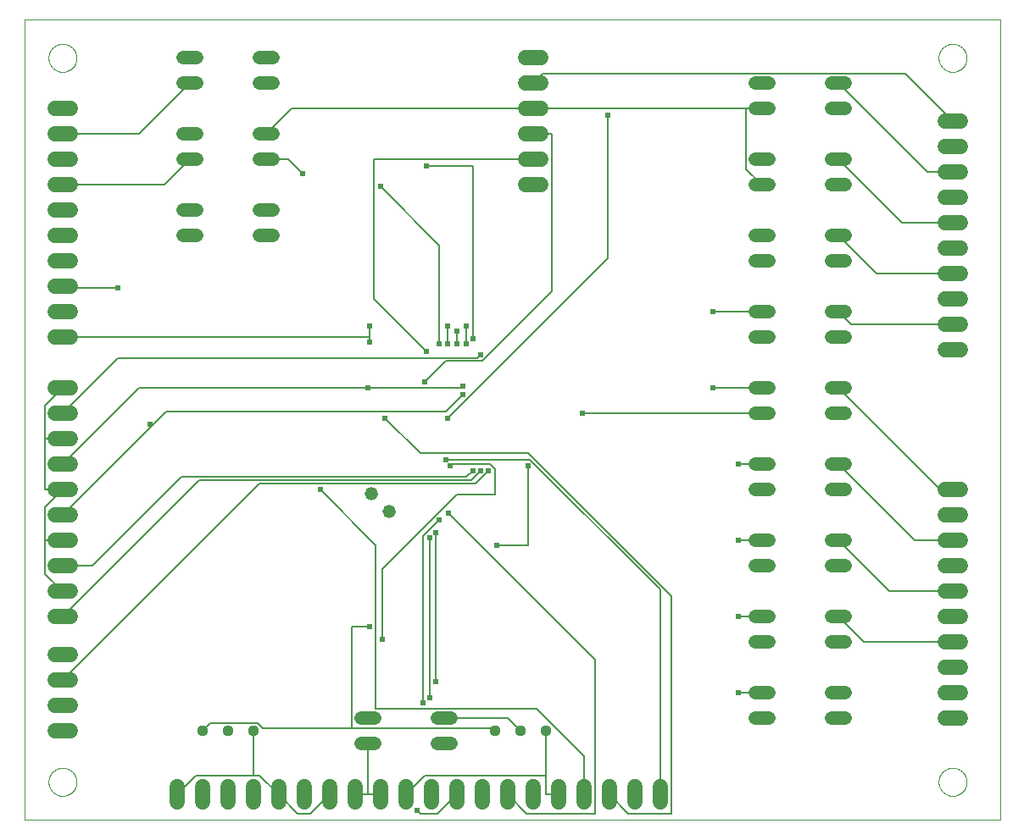
<source format=gbl>
G75*
%MOIN*%
%OFA0B0*%
%FSLAX25Y25*%
%IPPOS*%
%LPD*%
%AMOC8*
5,1,8,0,0,1.08239X$1,22.5*
%
%ADD10C,0.00000*%
%ADD11C,0.05200*%
%ADD12C,0.06000*%
%ADD13C,0.04400*%
%ADD14C,0.05200*%
%ADD15C,0.05937*%
%ADD16C,0.00600*%
%ADD17C,0.02400*%
D10*
X0008000Y0004500D02*
X0008000Y0319461D01*
X0391701Y0319461D01*
X0391701Y0004500D01*
X0008000Y0004500D01*
X0017488Y0019500D02*
X0017490Y0019648D01*
X0017496Y0019796D01*
X0017506Y0019944D01*
X0017520Y0020091D01*
X0017538Y0020238D01*
X0017559Y0020384D01*
X0017585Y0020530D01*
X0017615Y0020675D01*
X0017648Y0020819D01*
X0017686Y0020962D01*
X0017727Y0021104D01*
X0017772Y0021245D01*
X0017820Y0021385D01*
X0017873Y0021524D01*
X0017929Y0021661D01*
X0017989Y0021796D01*
X0018052Y0021930D01*
X0018119Y0022062D01*
X0018190Y0022192D01*
X0018264Y0022320D01*
X0018341Y0022446D01*
X0018422Y0022570D01*
X0018506Y0022692D01*
X0018593Y0022811D01*
X0018684Y0022928D01*
X0018778Y0023043D01*
X0018874Y0023155D01*
X0018974Y0023265D01*
X0019076Y0023371D01*
X0019182Y0023475D01*
X0019290Y0023576D01*
X0019401Y0023674D01*
X0019514Y0023770D01*
X0019630Y0023862D01*
X0019748Y0023951D01*
X0019869Y0024036D01*
X0019992Y0024119D01*
X0020117Y0024198D01*
X0020244Y0024274D01*
X0020373Y0024346D01*
X0020504Y0024415D01*
X0020637Y0024480D01*
X0020772Y0024541D01*
X0020908Y0024599D01*
X0021045Y0024654D01*
X0021184Y0024704D01*
X0021325Y0024751D01*
X0021466Y0024794D01*
X0021609Y0024834D01*
X0021753Y0024869D01*
X0021897Y0024901D01*
X0022043Y0024928D01*
X0022189Y0024952D01*
X0022336Y0024972D01*
X0022483Y0024988D01*
X0022630Y0025000D01*
X0022778Y0025008D01*
X0022926Y0025012D01*
X0023074Y0025012D01*
X0023222Y0025008D01*
X0023370Y0025000D01*
X0023517Y0024988D01*
X0023664Y0024972D01*
X0023811Y0024952D01*
X0023957Y0024928D01*
X0024103Y0024901D01*
X0024247Y0024869D01*
X0024391Y0024834D01*
X0024534Y0024794D01*
X0024675Y0024751D01*
X0024816Y0024704D01*
X0024955Y0024654D01*
X0025092Y0024599D01*
X0025228Y0024541D01*
X0025363Y0024480D01*
X0025496Y0024415D01*
X0025627Y0024346D01*
X0025756Y0024274D01*
X0025883Y0024198D01*
X0026008Y0024119D01*
X0026131Y0024036D01*
X0026252Y0023951D01*
X0026370Y0023862D01*
X0026486Y0023770D01*
X0026599Y0023674D01*
X0026710Y0023576D01*
X0026818Y0023475D01*
X0026924Y0023371D01*
X0027026Y0023265D01*
X0027126Y0023155D01*
X0027222Y0023043D01*
X0027316Y0022928D01*
X0027407Y0022811D01*
X0027494Y0022692D01*
X0027578Y0022570D01*
X0027659Y0022446D01*
X0027736Y0022320D01*
X0027810Y0022192D01*
X0027881Y0022062D01*
X0027948Y0021930D01*
X0028011Y0021796D01*
X0028071Y0021661D01*
X0028127Y0021524D01*
X0028180Y0021385D01*
X0028228Y0021245D01*
X0028273Y0021104D01*
X0028314Y0020962D01*
X0028352Y0020819D01*
X0028385Y0020675D01*
X0028415Y0020530D01*
X0028441Y0020384D01*
X0028462Y0020238D01*
X0028480Y0020091D01*
X0028494Y0019944D01*
X0028504Y0019796D01*
X0028510Y0019648D01*
X0028512Y0019500D01*
X0028510Y0019352D01*
X0028504Y0019204D01*
X0028494Y0019056D01*
X0028480Y0018909D01*
X0028462Y0018762D01*
X0028441Y0018616D01*
X0028415Y0018470D01*
X0028385Y0018325D01*
X0028352Y0018181D01*
X0028314Y0018038D01*
X0028273Y0017896D01*
X0028228Y0017755D01*
X0028180Y0017615D01*
X0028127Y0017476D01*
X0028071Y0017339D01*
X0028011Y0017204D01*
X0027948Y0017070D01*
X0027881Y0016938D01*
X0027810Y0016808D01*
X0027736Y0016680D01*
X0027659Y0016554D01*
X0027578Y0016430D01*
X0027494Y0016308D01*
X0027407Y0016189D01*
X0027316Y0016072D01*
X0027222Y0015957D01*
X0027126Y0015845D01*
X0027026Y0015735D01*
X0026924Y0015629D01*
X0026818Y0015525D01*
X0026710Y0015424D01*
X0026599Y0015326D01*
X0026486Y0015230D01*
X0026370Y0015138D01*
X0026252Y0015049D01*
X0026131Y0014964D01*
X0026008Y0014881D01*
X0025883Y0014802D01*
X0025756Y0014726D01*
X0025627Y0014654D01*
X0025496Y0014585D01*
X0025363Y0014520D01*
X0025228Y0014459D01*
X0025092Y0014401D01*
X0024955Y0014346D01*
X0024816Y0014296D01*
X0024675Y0014249D01*
X0024534Y0014206D01*
X0024391Y0014166D01*
X0024247Y0014131D01*
X0024103Y0014099D01*
X0023957Y0014072D01*
X0023811Y0014048D01*
X0023664Y0014028D01*
X0023517Y0014012D01*
X0023370Y0014000D01*
X0023222Y0013992D01*
X0023074Y0013988D01*
X0022926Y0013988D01*
X0022778Y0013992D01*
X0022630Y0014000D01*
X0022483Y0014012D01*
X0022336Y0014028D01*
X0022189Y0014048D01*
X0022043Y0014072D01*
X0021897Y0014099D01*
X0021753Y0014131D01*
X0021609Y0014166D01*
X0021466Y0014206D01*
X0021325Y0014249D01*
X0021184Y0014296D01*
X0021045Y0014346D01*
X0020908Y0014401D01*
X0020772Y0014459D01*
X0020637Y0014520D01*
X0020504Y0014585D01*
X0020373Y0014654D01*
X0020244Y0014726D01*
X0020117Y0014802D01*
X0019992Y0014881D01*
X0019869Y0014964D01*
X0019748Y0015049D01*
X0019630Y0015138D01*
X0019514Y0015230D01*
X0019401Y0015326D01*
X0019290Y0015424D01*
X0019182Y0015525D01*
X0019076Y0015629D01*
X0018974Y0015735D01*
X0018874Y0015845D01*
X0018778Y0015957D01*
X0018684Y0016072D01*
X0018593Y0016189D01*
X0018506Y0016308D01*
X0018422Y0016430D01*
X0018341Y0016554D01*
X0018264Y0016680D01*
X0018190Y0016808D01*
X0018119Y0016938D01*
X0018052Y0017070D01*
X0017989Y0017204D01*
X0017929Y0017339D01*
X0017873Y0017476D01*
X0017820Y0017615D01*
X0017772Y0017755D01*
X0017727Y0017896D01*
X0017686Y0018038D01*
X0017648Y0018181D01*
X0017615Y0018325D01*
X0017585Y0018470D01*
X0017559Y0018616D01*
X0017538Y0018762D01*
X0017520Y0018909D01*
X0017506Y0019056D01*
X0017496Y0019204D01*
X0017490Y0019352D01*
X0017488Y0019500D01*
X0017488Y0304500D02*
X0017490Y0304648D01*
X0017496Y0304796D01*
X0017506Y0304944D01*
X0017520Y0305091D01*
X0017538Y0305238D01*
X0017559Y0305384D01*
X0017585Y0305530D01*
X0017615Y0305675D01*
X0017648Y0305819D01*
X0017686Y0305962D01*
X0017727Y0306104D01*
X0017772Y0306245D01*
X0017820Y0306385D01*
X0017873Y0306524D01*
X0017929Y0306661D01*
X0017989Y0306796D01*
X0018052Y0306930D01*
X0018119Y0307062D01*
X0018190Y0307192D01*
X0018264Y0307320D01*
X0018341Y0307446D01*
X0018422Y0307570D01*
X0018506Y0307692D01*
X0018593Y0307811D01*
X0018684Y0307928D01*
X0018778Y0308043D01*
X0018874Y0308155D01*
X0018974Y0308265D01*
X0019076Y0308371D01*
X0019182Y0308475D01*
X0019290Y0308576D01*
X0019401Y0308674D01*
X0019514Y0308770D01*
X0019630Y0308862D01*
X0019748Y0308951D01*
X0019869Y0309036D01*
X0019992Y0309119D01*
X0020117Y0309198D01*
X0020244Y0309274D01*
X0020373Y0309346D01*
X0020504Y0309415D01*
X0020637Y0309480D01*
X0020772Y0309541D01*
X0020908Y0309599D01*
X0021045Y0309654D01*
X0021184Y0309704D01*
X0021325Y0309751D01*
X0021466Y0309794D01*
X0021609Y0309834D01*
X0021753Y0309869D01*
X0021897Y0309901D01*
X0022043Y0309928D01*
X0022189Y0309952D01*
X0022336Y0309972D01*
X0022483Y0309988D01*
X0022630Y0310000D01*
X0022778Y0310008D01*
X0022926Y0310012D01*
X0023074Y0310012D01*
X0023222Y0310008D01*
X0023370Y0310000D01*
X0023517Y0309988D01*
X0023664Y0309972D01*
X0023811Y0309952D01*
X0023957Y0309928D01*
X0024103Y0309901D01*
X0024247Y0309869D01*
X0024391Y0309834D01*
X0024534Y0309794D01*
X0024675Y0309751D01*
X0024816Y0309704D01*
X0024955Y0309654D01*
X0025092Y0309599D01*
X0025228Y0309541D01*
X0025363Y0309480D01*
X0025496Y0309415D01*
X0025627Y0309346D01*
X0025756Y0309274D01*
X0025883Y0309198D01*
X0026008Y0309119D01*
X0026131Y0309036D01*
X0026252Y0308951D01*
X0026370Y0308862D01*
X0026486Y0308770D01*
X0026599Y0308674D01*
X0026710Y0308576D01*
X0026818Y0308475D01*
X0026924Y0308371D01*
X0027026Y0308265D01*
X0027126Y0308155D01*
X0027222Y0308043D01*
X0027316Y0307928D01*
X0027407Y0307811D01*
X0027494Y0307692D01*
X0027578Y0307570D01*
X0027659Y0307446D01*
X0027736Y0307320D01*
X0027810Y0307192D01*
X0027881Y0307062D01*
X0027948Y0306930D01*
X0028011Y0306796D01*
X0028071Y0306661D01*
X0028127Y0306524D01*
X0028180Y0306385D01*
X0028228Y0306245D01*
X0028273Y0306104D01*
X0028314Y0305962D01*
X0028352Y0305819D01*
X0028385Y0305675D01*
X0028415Y0305530D01*
X0028441Y0305384D01*
X0028462Y0305238D01*
X0028480Y0305091D01*
X0028494Y0304944D01*
X0028504Y0304796D01*
X0028510Y0304648D01*
X0028512Y0304500D01*
X0028510Y0304352D01*
X0028504Y0304204D01*
X0028494Y0304056D01*
X0028480Y0303909D01*
X0028462Y0303762D01*
X0028441Y0303616D01*
X0028415Y0303470D01*
X0028385Y0303325D01*
X0028352Y0303181D01*
X0028314Y0303038D01*
X0028273Y0302896D01*
X0028228Y0302755D01*
X0028180Y0302615D01*
X0028127Y0302476D01*
X0028071Y0302339D01*
X0028011Y0302204D01*
X0027948Y0302070D01*
X0027881Y0301938D01*
X0027810Y0301808D01*
X0027736Y0301680D01*
X0027659Y0301554D01*
X0027578Y0301430D01*
X0027494Y0301308D01*
X0027407Y0301189D01*
X0027316Y0301072D01*
X0027222Y0300957D01*
X0027126Y0300845D01*
X0027026Y0300735D01*
X0026924Y0300629D01*
X0026818Y0300525D01*
X0026710Y0300424D01*
X0026599Y0300326D01*
X0026486Y0300230D01*
X0026370Y0300138D01*
X0026252Y0300049D01*
X0026131Y0299964D01*
X0026008Y0299881D01*
X0025883Y0299802D01*
X0025756Y0299726D01*
X0025627Y0299654D01*
X0025496Y0299585D01*
X0025363Y0299520D01*
X0025228Y0299459D01*
X0025092Y0299401D01*
X0024955Y0299346D01*
X0024816Y0299296D01*
X0024675Y0299249D01*
X0024534Y0299206D01*
X0024391Y0299166D01*
X0024247Y0299131D01*
X0024103Y0299099D01*
X0023957Y0299072D01*
X0023811Y0299048D01*
X0023664Y0299028D01*
X0023517Y0299012D01*
X0023370Y0299000D01*
X0023222Y0298992D01*
X0023074Y0298988D01*
X0022926Y0298988D01*
X0022778Y0298992D01*
X0022630Y0299000D01*
X0022483Y0299012D01*
X0022336Y0299028D01*
X0022189Y0299048D01*
X0022043Y0299072D01*
X0021897Y0299099D01*
X0021753Y0299131D01*
X0021609Y0299166D01*
X0021466Y0299206D01*
X0021325Y0299249D01*
X0021184Y0299296D01*
X0021045Y0299346D01*
X0020908Y0299401D01*
X0020772Y0299459D01*
X0020637Y0299520D01*
X0020504Y0299585D01*
X0020373Y0299654D01*
X0020244Y0299726D01*
X0020117Y0299802D01*
X0019992Y0299881D01*
X0019869Y0299964D01*
X0019748Y0300049D01*
X0019630Y0300138D01*
X0019514Y0300230D01*
X0019401Y0300326D01*
X0019290Y0300424D01*
X0019182Y0300525D01*
X0019076Y0300629D01*
X0018974Y0300735D01*
X0018874Y0300845D01*
X0018778Y0300957D01*
X0018684Y0301072D01*
X0018593Y0301189D01*
X0018506Y0301308D01*
X0018422Y0301430D01*
X0018341Y0301554D01*
X0018264Y0301680D01*
X0018190Y0301808D01*
X0018119Y0301938D01*
X0018052Y0302070D01*
X0017989Y0302204D01*
X0017929Y0302339D01*
X0017873Y0302476D01*
X0017820Y0302615D01*
X0017772Y0302755D01*
X0017727Y0302896D01*
X0017686Y0303038D01*
X0017648Y0303181D01*
X0017615Y0303325D01*
X0017585Y0303470D01*
X0017559Y0303616D01*
X0017538Y0303762D01*
X0017520Y0303909D01*
X0017506Y0304056D01*
X0017496Y0304204D01*
X0017490Y0304352D01*
X0017488Y0304500D01*
X0367488Y0304500D02*
X0367490Y0304648D01*
X0367496Y0304796D01*
X0367506Y0304944D01*
X0367520Y0305091D01*
X0367538Y0305238D01*
X0367559Y0305384D01*
X0367585Y0305530D01*
X0367615Y0305675D01*
X0367648Y0305819D01*
X0367686Y0305962D01*
X0367727Y0306104D01*
X0367772Y0306245D01*
X0367820Y0306385D01*
X0367873Y0306524D01*
X0367929Y0306661D01*
X0367989Y0306796D01*
X0368052Y0306930D01*
X0368119Y0307062D01*
X0368190Y0307192D01*
X0368264Y0307320D01*
X0368341Y0307446D01*
X0368422Y0307570D01*
X0368506Y0307692D01*
X0368593Y0307811D01*
X0368684Y0307928D01*
X0368778Y0308043D01*
X0368874Y0308155D01*
X0368974Y0308265D01*
X0369076Y0308371D01*
X0369182Y0308475D01*
X0369290Y0308576D01*
X0369401Y0308674D01*
X0369514Y0308770D01*
X0369630Y0308862D01*
X0369748Y0308951D01*
X0369869Y0309036D01*
X0369992Y0309119D01*
X0370117Y0309198D01*
X0370244Y0309274D01*
X0370373Y0309346D01*
X0370504Y0309415D01*
X0370637Y0309480D01*
X0370772Y0309541D01*
X0370908Y0309599D01*
X0371045Y0309654D01*
X0371184Y0309704D01*
X0371325Y0309751D01*
X0371466Y0309794D01*
X0371609Y0309834D01*
X0371753Y0309869D01*
X0371897Y0309901D01*
X0372043Y0309928D01*
X0372189Y0309952D01*
X0372336Y0309972D01*
X0372483Y0309988D01*
X0372630Y0310000D01*
X0372778Y0310008D01*
X0372926Y0310012D01*
X0373074Y0310012D01*
X0373222Y0310008D01*
X0373370Y0310000D01*
X0373517Y0309988D01*
X0373664Y0309972D01*
X0373811Y0309952D01*
X0373957Y0309928D01*
X0374103Y0309901D01*
X0374247Y0309869D01*
X0374391Y0309834D01*
X0374534Y0309794D01*
X0374675Y0309751D01*
X0374816Y0309704D01*
X0374955Y0309654D01*
X0375092Y0309599D01*
X0375228Y0309541D01*
X0375363Y0309480D01*
X0375496Y0309415D01*
X0375627Y0309346D01*
X0375756Y0309274D01*
X0375883Y0309198D01*
X0376008Y0309119D01*
X0376131Y0309036D01*
X0376252Y0308951D01*
X0376370Y0308862D01*
X0376486Y0308770D01*
X0376599Y0308674D01*
X0376710Y0308576D01*
X0376818Y0308475D01*
X0376924Y0308371D01*
X0377026Y0308265D01*
X0377126Y0308155D01*
X0377222Y0308043D01*
X0377316Y0307928D01*
X0377407Y0307811D01*
X0377494Y0307692D01*
X0377578Y0307570D01*
X0377659Y0307446D01*
X0377736Y0307320D01*
X0377810Y0307192D01*
X0377881Y0307062D01*
X0377948Y0306930D01*
X0378011Y0306796D01*
X0378071Y0306661D01*
X0378127Y0306524D01*
X0378180Y0306385D01*
X0378228Y0306245D01*
X0378273Y0306104D01*
X0378314Y0305962D01*
X0378352Y0305819D01*
X0378385Y0305675D01*
X0378415Y0305530D01*
X0378441Y0305384D01*
X0378462Y0305238D01*
X0378480Y0305091D01*
X0378494Y0304944D01*
X0378504Y0304796D01*
X0378510Y0304648D01*
X0378512Y0304500D01*
X0378510Y0304352D01*
X0378504Y0304204D01*
X0378494Y0304056D01*
X0378480Y0303909D01*
X0378462Y0303762D01*
X0378441Y0303616D01*
X0378415Y0303470D01*
X0378385Y0303325D01*
X0378352Y0303181D01*
X0378314Y0303038D01*
X0378273Y0302896D01*
X0378228Y0302755D01*
X0378180Y0302615D01*
X0378127Y0302476D01*
X0378071Y0302339D01*
X0378011Y0302204D01*
X0377948Y0302070D01*
X0377881Y0301938D01*
X0377810Y0301808D01*
X0377736Y0301680D01*
X0377659Y0301554D01*
X0377578Y0301430D01*
X0377494Y0301308D01*
X0377407Y0301189D01*
X0377316Y0301072D01*
X0377222Y0300957D01*
X0377126Y0300845D01*
X0377026Y0300735D01*
X0376924Y0300629D01*
X0376818Y0300525D01*
X0376710Y0300424D01*
X0376599Y0300326D01*
X0376486Y0300230D01*
X0376370Y0300138D01*
X0376252Y0300049D01*
X0376131Y0299964D01*
X0376008Y0299881D01*
X0375883Y0299802D01*
X0375756Y0299726D01*
X0375627Y0299654D01*
X0375496Y0299585D01*
X0375363Y0299520D01*
X0375228Y0299459D01*
X0375092Y0299401D01*
X0374955Y0299346D01*
X0374816Y0299296D01*
X0374675Y0299249D01*
X0374534Y0299206D01*
X0374391Y0299166D01*
X0374247Y0299131D01*
X0374103Y0299099D01*
X0373957Y0299072D01*
X0373811Y0299048D01*
X0373664Y0299028D01*
X0373517Y0299012D01*
X0373370Y0299000D01*
X0373222Y0298992D01*
X0373074Y0298988D01*
X0372926Y0298988D01*
X0372778Y0298992D01*
X0372630Y0299000D01*
X0372483Y0299012D01*
X0372336Y0299028D01*
X0372189Y0299048D01*
X0372043Y0299072D01*
X0371897Y0299099D01*
X0371753Y0299131D01*
X0371609Y0299166D01*
X0371466Y0299206D01*
X0371325Y0299249D01*
X0371184Y0299296D01*
X0371045Y0299346D01*
X0370908Y0299401D01*
X0370772Y0299459D01*
X0370637Y0299520D01*
X0370504Y0299585D01*
X0370373Y0299654D01*
X0370244Y0299726D01*
X0370117Y0299802D01*
X0369992Y0299881D01*
X0369869Y0299964D01*
X0369748Y0300049D01*
X0369630Y0300138D01*
X0369514Y0300230D01*
X0369401Y0300326D01*
X0369290Y0300424D01*
X0369182Y0300525D01*
X0369076Y0300629D01*
X0368974Y0300735D01*
X0368874Y0300845D01*
X0368778Y0300957D01*
X0368684Y0301072D01*
X0368593Y0301189D01*
X0368506Y0301308D01*
X0368422Y0301430D01*
X0368341Y0301554D01*
X0368264Y0301680D01*
X0368190Y0301808D01*
X0368119Y0301938D01*
X0368052Y0302070D01*
X0367989Y0302204D01*
X0367929Y0302339D01*
X0367873Y0302476D01*
X0367820Y0302615D01*
X0367772Y0302755D01*
X0367727Y0302896D01*
X0367686Y0303038D01*
X0367648Y0303181D01*
X0367615Y0303325D01*
X0367585Y0303470D01*
X0367559Y0303616D01*
X0367538Y0303762D01*
X0367520Y0303909D01*
X0367506Y0304056D01*
X0367496Y0304204D01*
X0367490Y0304352D01*
X0367488Y0304500D01*
X0367488Y0019500D02*
X0367490Y0019648D01*
X0367496Y0019796D01*
X0367506Y0019944D01*
X0367520Y0020091D01*
X0367538Y0020238D01*
X0367559Y0020384D01*
X0367585Y0020530D01*
X0367615Y0020675D01*
X0367648Y0020819D01*
X0367686Y0020962D01*
X0367727Y0021104D01*
X0367772Y0021245D01*
X0367820Y0021385D01*
X0367873Y0021524D01*
X0367929Y0021661D01*
X0367989Y0021796D01*
X0368052Y0021930D01*
X0368119Y0022062D01*
X0368190Y0022192D01*
X0368264Y0022320D01*
X0368341Y0022446D01*
X0368422Y0022570D01*
X0368506Y0022692D01*
X0368593Y0022811D01*
X0368684Y0022928D01*
X0368778Y0023043D01*
X0368874Y0023155D01*
X0368974Y0023265D01*
X0369076Y0023371D01*
X0369182Y0023475D01*
X0369290Y0023576D01*
X0369401Y0023674D01*
X0369514Y0023770D01*
X0369630Y0023862D01*
X0369748Y0023951D01*
X0369869Y0024036D01*
X0369992Y0024119D01*
X0370117Y0024198D01*
X0370244Y0024274D01*
X0370373Y0024346D01*
X0370504Y0024415D01*
X0370637Y0024480D01*
X0370772Y0024541D01*
X0370908Y0024599D01*
X0371045Y0024654D01*
X0371184Y0024704D01*
X0371325Y0024751D01*
X0371466Y0024794D01*
X0371609Y0024834D01*
X0371753Y0024869D01*
X0371897Y0024901D01*
X0372043Y0024928D01*
X0372189Y0024952D01*
X0372336Y0024972D01*
X0372483Y0024988D01*
X0372630Y0025000D01*
X0372778Y0025008D01*
X0372926Y0025012D01*
X0373074Y0025012D01*
X0373222Y0025008D01*
X0373370Y0025000D01*
X0373517Y0024988D01*
X0373664Y0024972D01*
X0373811Y0024952D01*
X0373957Y0024928D01*
X0374103Y0024901D01*
X0374247Y0024869D01*
X0374391Y0024834D01*
X0374534Y0024794D01*
X0374675Y0024751D01*
X0374816Y0024704D01*
X0374955Y0024654D01*
X0375092Y0024599D01*
X0375228Y0024541D01*
X0375363Y0024480D01*
X0375496Y0024415D01*
X0375627Y0024346D01*
X0375756Y0024274D01*
X0375883Y0024198D01*
X0376008Y0024119D01*
X0376131Y0024036D01*
X0376252Y0023951D01*
X0376370Y0023862D01*
X0376486Y0023770D01*
X0376599Y0023674D01*
X0376710Y0023576D01*
X0376818Y0023475D01*
X0376924Y0023371D01*
X0377026Y0023265D01*
X0377126Y0023155D01*
X0377222Y0023043D01*
X0377316Y0022928D01*
X0377407Y0022811D01*
X0377494Y0022692D01*
X0377578Y0022570D01*
X0377659Y0022446D01*
X0377736Y0022320D01*
X0377810Y0022192D01*
X0377881Y0022062D01*
X0377948Y0021930D01*
X0378011Y0021796D01*
X0378071Y0021661D01*
X0378127Y0021524D01*
X0378180Y0021385D01*
X0378228Y0021245D01*
X0378273Y0021104D01*
X0378314Y0020962D01*
X0378352Y0020819D01*
X0378385Y0020675D01*
X0378415Y0020530D01*
X0378441Y0020384D01*
X0378462Y0020238D01*
X0378480Y0020091D01*
X0378494Y0019944D01*
X0378504Y0019796D01*
X0378510Y0019648D01*
X0378512Y0019500D01*
X0378510Y0019352D01*
X0378504Y0019204D01*
X0378494Y0019056D01*
X0378480Y0018909D01*
X0378462Y0018762D01*
X0378441Y0018616D01*
X0378415Y0018470D01*
X0378385Y0018325D01*
X0378352Y0018181D01*
X0378314Y0018038D01*
X0378273Y0017896D01*
X0378228Y0017755D01*
X0378180Y0017615D01*
X0378127Y0017476D01*
X0378071Y0017339D01*
X0378011Y0017204D01*
X0377948Y0017070D01*
X0377881Y0016938D01*
X0377810Y0016808D01*
X0377736Y0016680D01*
X0377659Y0016554D01*
X0377578Y0016430D01*
X0377494Y0016308D01*
X0377407Y0016189D01*
X0377316Y0016072D01*
X0377222Y0015957D01*
X0377126Y0015845D01*
X0377026Y0015735D01*
X0376924Y0015629D01*
X0376818Y0015525D01*
X0376710Y0015424D01*
X0376599Y0015326D01*
X0376486Y0015230D01*
X0376370Y0015138D01*
X0376252Y0015049D01*
X0376131Y0014964D01*
X0376008Y0014881D01*
X0375883Y0014802D01*
X0375756Y0014726D01*
X0375627Y0014654D01*
X0375496Y0014585D01*
X0375363Y0014520D01*
X0375228Y0014459D01*
X0375092Y0014401D01*
X0374955Y0014346D01*
X0374816Y0014296D01*
X0374675Y0014249D01*
X0374534Y0014206D01*
X0374391Y0014166D01*
X0374247Y0014131D01*
X0374103Y0014099D01*
X0373957Y0014072D01*
X0373811Y0014048D01*
X0373664Y0014028D01*
X0373517Y0014012D01*
X0373370Y0014000D01*
X0373222Y0013992D01*
X0373074Y0013988D01*
X0372926Y0013988D01*
X0372778Y0013992D01*
X0372630Y0014000D01*
X0372483Y0014012D01*
X0372336Y0014028D01*
X0372189Y0014048D01*
X0372043Y0014072D01*
X0371897Y0014099D01*
X0371753Y0014131D01*
X0371609Y0014166D01*
X0371466Y0014206D01*
X0371325Y0014249D01*
X0371184Y0014296D01*
X0371045Y0014346D01*
X0370908Y0014401D01*
X0370772Y0014459D01*
X0370637Y0014520D01*
X0370504Y0014585D01*
X0370373Y0014654D01*
X0370244Y0014726D01*
X0370117Y0014802D01*
X0369992Y0014881D01*
X0369869Y0014964D01*
X0369748Y0015049D01*
X0369630Y0015138D01*
X0369514Y0015230D01*
X0369401Y0015326D01*
X0369290Y0015424D01*
X0369182Y0015525D01*
X0369076Y0015629D01*
X0368974Y0015735D01*
X0368874Y0015845D01*
X0368778Y0015957D01*
X0368684Y0016072D01*
X0368593Y0016189D01*
X0368506Y0016308D01*
X0368422Y0016430D01*
X0368341Y0016554D01*
X0368264Y0016680D01*
X0368190Y0016808D01*
X0368119Y0016938D01*
X0368052Y0017070D01*
X0367989Y0017204D01*
X0367929Y0017339D01*
X0367873Y0017476D01*
X0367820Y0017615D01*
X0367772Y0017755D01*
X0367727Y0017896D01*
X0367686Y0018038D01*
X0367648Y0018181D01*
X0367615Y0018325D01*
X0367585Y0018470D01*
X0367559Y0018616D01*
X0367538Y0018762D01*
X0367520Y0018909D01*
X0367506Y0019056D01*
X0367496Y0019204D01*
X0367490Y0019352D01*
X0367488Y0019500D01*
D11*
X0330600Y0044500D02*
X0325400Y0044500D01*
X0325400Y0054500D02*
X0330600Y0054500D01*
X0330600Y0074500D02*
X0325400Y0074500D01*
X0325400Y0084500D02*
X0330600Y0084500D01*
X0330600Y0104500D02*
X0325400Y0104500D01*
X0325400Y0114500D02*
X0330600Y0114500D01*
X0330600Y0134500D02*
X0325400Y0134500D01*
X0325400Y0144500D02*
X0330600Y0144500D01*
X0330600Y0164500D02*
X0325400Y0164500D01*
X0325400Y0174500D02*
X0330600Y0174500D01*
X0330600Y0194500D02*
X0325400Y0194500D01*
X0325400Y0204500D02*
X0330600Y0204500D01*
X0330600Y0224500D02*
X0325400Y0224500D01*
X0325400Y0234500D02*
X0330600Y0234500D01*
X0330600Y0254500D02*
X0325400Y0254500D01*
X0325400Y0264500D02*
X0330600Y0264500D01*
X0330600Y0284500D02*
X0325400Y0284500D01*
X0325400Y0294500D02*
X0330600Y0294500D01*
X0300600Y0294500D02*
X0295400Y0294500D01*
X0295400Y0284500D02*
X0300600Y0284500D01*
X0300600Y0264500D02*
X0295400Y0264500D01*
X0295400Y0254500D02*
X0300600Y0254500D01*
X0300600Y0234500D02*
X0295400Y0234500D01*
X0295400Y0224500D02*
X0300600Y0224500D01*
X0300600Y0204500D02*
X0295400Y0204500D01*
X0295400Y0194500D02*
X0300600Y0194500D01*
X0300600Y0174500D02*
X0295400Y0174500D01*
X0295400Y0164500D02*
X0300600Y0164500D01*
X0300600Y0144500D02*
X0295400Y0144500D01*
X0295400Y0134500D02*
X0300600Y0134500D01*
X0300600Y0114500D02*
X0295400Y0114500D01*
X0295400Y0104500D02*
X0300600Y0104500D01*
X0300600Y0084500D02*
X0295400Y0084500D01*
X0295400Y0074500D02*
X0300600Y0074500D01*
X0300600Y0054500D02*
X0295400Y0054500D01*
X0295400Y0044500D02*
X0300600Y0044500D01*
X0175600Y0044500D02*
X0170400Y0044500D01*
X0170400Y0034500D02*
X0175600Y0034500D01*
X0145600Y0034500D02*
X0140400Y0034500D01*
X0140400Y0044500D02*
X0145600Y0044500D01*
X0105600Y0234500D02*
X0100400Y0234500D01*
X0100400Y0244500D02*
X0105600Y0244500D01*
X0105600Y0264500D02*
X0100400Y0264500D01*
X0100400Y0274500D02*
X0105600Y0274500D01*
X0105600Y0294500D02*
X0100400Y0294500D01*
X0100400Y0304500D02*
X0105600Y0304500D01*
X0075600Y0304500D02*
X0070400Y0304500D01*
X0070400Y0294500D02*
X0075600Y0294500D01*
X0075600Y0274500D02*
X0070400Y0274500D01*
X0070400Y0264500D02*
X0075600Y0264500D01*
X0075600Y0244500D02*
X0070400Y0244500D01*
X0070400Y0234500D02*
X0075600Y0234500D01*
D12*
X0205000Y0254500D02*
X0211000Y0254500D01*
X0211000Y0264500D02*
X0205000Y0264500D01*
X0205000Y0274500D02*
X0211000Y0274500D01*
X0211000Y0284500D02*
X0205000Y0284500D01*
X0205000Y0294500D02*
X0211000Y0294500D01*
X0211000Y0304500D02*
X0205000Y0304500D01*
X0208000Y0017500D02*
X0208000Y0011500D01*
X0198000Y0011500D02*
X0198000Y0017500D01*
X0188000Y0017500D02*
X0188000Y0011500D01*
X0178000Y0011500D02*
X0178000Y0017500D01*
X0168000Y0017500D02*
X0168000Y0011500D01*
X0158000Y0011500D02*
X0158000Y0017500D01*
X0148000Y0017500D02*
X0148000Y0011500D01*
X0138000Y0011500D02*
X0138000Y0017500D01*
X0128000Y0017500D02*
X0128000Y0011500D01*
X0118000Y0011500D02*
X0118000Y0017500D01*
X0108000Y0017500D02*
X0108000Y0011500D01*
X0098000Y0011500D02*
X0098000Y0017500D01*
X0088000Y0017500D02*
X0088000Y0011500D01*
X0078000Y0011500D02*
X0078000Y0017500D01*
X0068000Y0017500D02*
X0068000Y0011500D01*
X0218000Y0011500D02*
X0218000Y0017500D01*
X0228000Y0017500D02*
X0228000Y0011500D01*
X0238000Y0011500D02*
X0238000Y0017500D01*
X0248000Y0017500D02*
X0248000Y0011500D01*
X0258000Y0011500D02*
X0258000Y0017500D01*
D13*
X0213000Y0039500D03*
X0203000Y0039500D03*
X0193000Y0039500D03*
X0098000Y0039500D03*
X0088000Y0039500D03*
X0078000Y0039500D03*
D14*
X0151536Y0125964D03*
X0144464Y0133036D03*
D15*
X0025969Y0134500D02*
X0020031Y0134500D01*
X0020031Y0124500D02*
X0025969Y0124500D01*
X0025969Y0114500D02*
X0020031Y0114500D01*
X0020031Y0104500D02*
X0025969Y0104500D01*
X0025969Y0094500D02*
X0020031Y0094500D01*
X0020031Y0084500D02*
X0025969Y0084500D01*
X0025969Y0069500D02*
X0020031Y0069500D01*
X0020031Y0059500D02*
X0025969Y0059500D01*
X0025969Y0049500D02*
X0020031Y0049500D01*
X0020031Y0039500D02*
X0025969Y0039500D01*
X0025969Y0144500D02*
X0020031Y0144500D01*
X0020031Y0154500D02*
X0025969Y0154500D01*
X0025969Y0164500D02*
X0020031Y0164500D01*
X0020031Y0174500D02*
X0025969Y0174500D01*
X0025969Y0194500D02*
X0020031Y0194500D01*
X0020031Y0204500D02*
X0025969Y0204500D01*
X0025969Y0214500D02*
X0020031Y0214500D01*
X0020031Y0224500D02*
X0025969Y0224500D01*
X0025969Y0234500D02*
X0020031Y0234500D01*
X0020031Y0244500D02*
X0025969Y0244500D01*
X0025969Y0254500D02*
X0020031Y0254500D01*
X0020031Y0264500D02*
X0025969Y0264500D01*
X0025969Y0274500D02*
X0020031Y0274500D01*
X0020031Y0284500D02*
X0025969Y0284500D01*
X0370031Y0279500D02*
X0375969Y0279500D01*
X0375969Y0269500D02*
X0370031Y0269500D01*
X0370031Y0259500D02*
X0375969Y0259500D01*
X0375969Y0249500D02*
X0370031Y0249500D01*
X0370031Y0239500D02*
X0375969Y0239500D01*
X0375969Y0229500D02*
X0370031Y0229500D01*
X0370031Y0219500D02*
X0375969Y0219500D01*
X0375969Y0209500D02*
X0370031Y0209500D01*
X0370031Y0199500D02*
X0375969Y0199500D01*
X0375969Y0189500D02*
X0370031Y0189500D01*
X0370031Y0134500D02*
X0375969Y0134500D01*
X0375969Y0124500D02*
X0370031Y0124500D01*
X0370031Y0114500D02*
X0375969Y0114500D01*
X0375969Y0104500D02*
X0370031Y0104500D01*
X0370031Y0094500D02*
X0375969Y0094500D01*
X0375969Y0084500D02*
X0370031Y0084500D01*
X0370031Y0074500D02*
X0375969Y0074500D01*
X0375969Y0064500D02*
X0370031Y0064500D01*
X0370031Y0054500D02*
X0375969Y0054500D01*
X0375969Y0044500D02*
X0370031Y0044500D01*
D16*
X0373000Y0074500D02*
X0338000Y0074500D01*
X0328000Y0084500D01*
X0348000Y0094500D02*
X0373000Y0094500D01*
X0373000Y0114500D02*
X0358000Y0114500D01*
X0328000Y0144500D01*
X0298000Y0144500D02*
X0288625Y0144500D01*
X0298000Y0164500D02*
X0227375Y0164500D01*
X0206125Y0148875D02*
X0262375Y0092625D01*
X0262375Y0007000D01*
X0245500Y0007000D01*
X0238000Y0014500D01*
X0232375Y0007000D02*
X0205500Y0007000D01*
X0198000Y0014500D01*
X0213000Y0014500D02*
X0218000Y0014500D01*
X0213000Y0014500D02*
X0213000Y0022000D01*
X0165500Y0022000D01*
X0158000Y0014500D01*
X0162375Y0008250D02*
X0163625Y0007000D01*
X0170500Y0007000D01*
X0178000Y0014500D01*
X0193000Y0039500D02*
X0191750Y0040750D01*
X0136750Y0040750D01*
X0136750Y0080750D01*
X0143625Y0080750D01*
X0148625Y0075750D02*
X0148625Y0103250D01*
X0178000Y0132625D01*
X0193000Y0132625D01*
X0193000Y0142625D01*
X0191125Y0144500D01*
X0176125Y0144500D01*
X0175500Y0143875D01*
X0173625Y0146375D02*
X0206750Y0146375D01*
X0258000Y0095125D01*
X0258000Y0014500D01*
X0232375Y0007000D02*
X0232375Y0067625D01*
X0174875Y0125125D01*
X0171125Y0122625D02*
X0164875Y0116375D01*
X0164875Y0050750D01*
X0167375Y0052625D02*
X0167375Y0115750D01*
X0169875Y0117625D02*
X0169875Y0058875D01*
X0173000Y0044500D02*
X0198000Y0044500D01*
X0203000Y0039500D01*
X0213000Y0039500D02*
X0213000Y0022000D01*
X0228000Y0014500D02*
X0228000Y0029500D01*
X0209250Y0048250D01*
X0146125Y0048250D01*
X0146125Y0112625D01*
X0124250Y0134500D01*
X0100500Y0137000D02*
X0023000Y0059500D01*
X0023000Y0084500D02*
X0076750Y0138250D01*
X0183625Y0138250D01*
X0187375Y0142000D01*
X0184250Y0142000D02*
X0181750Y0139500D01*
X0069875Y0139500D01*
X0034875Y0104500D01*
X0023000Y0104500D01*
X0016125Y0101375D02*
X0016125Y0114500D01*
X0016125Y0127625D01*
X0023000Y0134500D01*
X0016125Y0134500D01*
X0016125Y0154500D01*
X0023000Y0154500D01*
X0016125Y0154500D02*
X0016125Y0167625D01*
X0023000Y0174500D01*
X0023000Y0164500D02*
X0044875Y0186375D01*
X0186125Y0186375D01*
X0187375Y0187625D01*
X0188000Y0185125D02*
X0215500Y0212625D01*
X0215500Y0274500D01*
X0208000Y0274500D01*
X0208000Y0264500D02*
X0145500Y0264500D01*
X0145500Y0209500D01*
X0166125Y0188875D01*
X0171125Y0192000D02*
X0171125Y0230750D01*
X0148000Y0253875D01*
X0166125Y0262000D02*
X0184250Y0262000D01*
X0184250Y0193875D01*
X0181750Y0192000D02*
X0181750Y0198875D01*
X0178000Y0197000D02*
X0178000Y0192000D01*
X0174250Y0192000D02*
X0174250Y0198875D01*
X0173625Y0185125D02*
X0188000Y0185125D01*
X0180500Y0175125D02*
X0179875Y0174500D01*
X0143000Y0174500D01*
X0053000Y0174500D01*
X0023000Y0144500D01*
X0023000Y0124500D02*
X0058000Y0159500D01*
X0057375Y0160125D01*
X0058000Y0159500D02*
X0063625Y0165125D01*
X0173625Y0165125D01*
X0180500Y0172000D01*
X0174250Y0162625D02*
X0237375Y0225750D01*
X0237375Y0282000D01*
X0211750Y0298250D02*
X0208000Y0294500D01*
X0211750Y0298250D02*
X0354250Y0298250D01*
X0373000Y0279500D01*
X0373000Y0259500D02*
X0363000Y0259500D01*
X0328000Y0294500D01*
X0298000Y0284500D02*
X0291750Y0284500D01*
X0291750Y0260750D01*
X0298000Y0254500D01*
X0328000Y0264500D02*
X0353000Y0239500D01*
X0373000Y0239500D01*
X0373000Y0219500D02*
X0343000Y0219500D01*
X0328000Y0234500D01*
X0328000Y0204500D02*
X0333000Y0199500D01*
X0373000Y0199500D01*
X0328000Y0174500D02*
X0368000Y0134500D01*
X0373000Y0134500D01*
X0348000Y0094500D02*
X0328000Y0114500D01*
X0298000Y0114500D02*
X0288625Y0114500D01*
X0288625Y0084500D02*
X0298000Y0084500D01*
X0298000Y0054500D02*
X0288625Y0054500D01*
X0206125Y0112625D02*
X0193625Y0112625D01*
X0206125Y0112625D02*
X0206125Y0143875D01*
X0206125Y0148875D02*
X0163625Y0148875D01*
X0149875Y0162625D01*
X0165500Y0177000D02*
X0173625Y0185125D01*
X0143625Y0192625D02*
X0143625Y0194500D01*
X0023000Y0194500D01*
X0023625Y0213875D02*
X0044875Y0213875D01*
X0023625Y0213875D02*
X0023000Y0214500D01*
X0023000Y0254500D02*
X0063000Y0254500D01*
X0073000Y0264500D01*
X0053000Y0274500D02*
X0023000Y0274500D01*
X0053000Y0274500D02*
X0073000Y0294500D01*
X0103000Y0274500D02*
X0113000Y0284500D01*
X0208000Y0284500D01*
X0291750Y0284500D01*
X0298000Y0204500D02*
X0278625Y0204500D01*
X0278625Y0174500D02*
X0298000Y0174500D01*
X0190500Y0142000D02*
X0185500Y0137000D01*
X0100500Y0137000D01*
X0143625Y0194500D02*
X0143625Y0198875D01*
X0117375Y0258875D02*
X0111750Y0264500D01*
X0103000Y0264500D01*
X0023000Y0114500D02*
X0016125Y0114500D01*
X0016125Y0101375D02*
X0023000Y0094500D01*
X0078000Y0039500D02*
X0081125Y0042625D01*
X0099875Y0042625D01*
X0101750Y0040750D01*
X0136750Y0040750D01*
X0143000Y0034500D02*
X0143000Y0014500D01*
X0148000Y0014500D01*
X0143000Y0014500D02*
X0138000Y0014500D01*
X0128000Y0014500D02*
X0120500Y0007000D01*
X0115500Y0007000D01*
X0108000Y0014500D01*
X0100500Y0022000D01*
X0098000Y0022000D01*
X0075500Y0022000D01*
X0068000Y0014500D01*
X0098000Y0022000D02*
X0098000Y0039500D01*
D17*
X0143625Y0080750D03*
X0148625Y0075750D03*
X0169875Y0058875D03*
X0167375Y0052625D03*
X0164875Y0050750D03*
X0162375Y0008250D03*
X0288625Y0054500D03*
X0288625Y0084500D03*
X0288625Y0114500D03*
X0288625Y0144500D03*
X0278625Y0174500D03*
X0278625Y0204500D03*
X0227375Y0164500D03*
X0206125Y0143875D03*
X0190500Y0142000D03*
X0187375Y0142000D03*
X0184250Y0142000D03*
X0175500Y0143875D03*
X0173625Y0146375D03*
X0174250Y0162625D03*
X0180500Y0172000D03*
X0180500Y0175125D03*
X0187375Y0187625D03*
X0181750Y0192000D03*
X0184250Y0193875D03*
X0178000Y0192000D03*
X0174250Y0192000D03*
X0171125Y0192000D03*
X0166125Y0188875D03*
X0165500Y0177000D03*
X0149875Y0162625D03*
X0143000Y0174500D03*
X0143625Y0192625D03*
X0143625Y0198875D03*
X0174250Y0198875D03*
X0178000Y0197000D03*
X0181750Y0198875D03*
X0148000Y0253875D03*
X0166125Y0262000D03*
X0117375Y0258875D03*
X0044875Y0213875D03*
X0057375Y0160125D03*
X0124250Y0134500D03*
X0167375Y0115750D03*
X0169875Y0117625D03*
X0171125Y0122625D03*
X0174875Y0125125D03*
X0193625Y0112625D03*
X0237375Y0282000D03*
M02*

</source>
